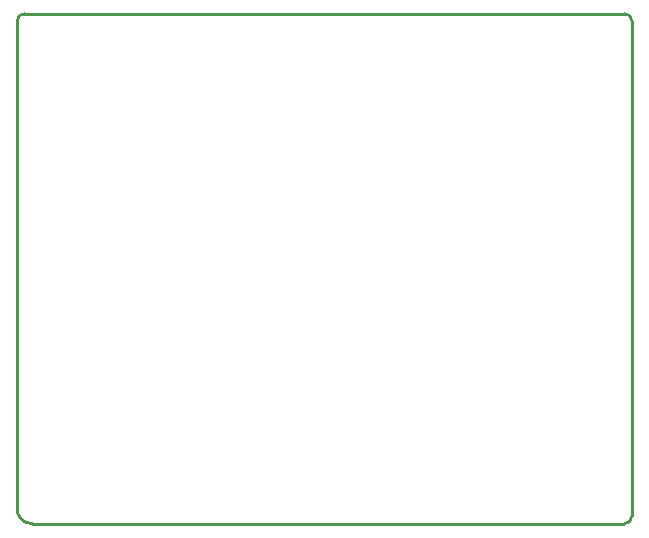
<source format=gko>
G04 Layer_Color=16711935*
%FSLAX25Y25*%
%MOIN*%
G70*
G01*
G75*
%ADD26C,0.01000*%
D26*
X337500Y490000D02*
G03*
X335000Y492500I-2500J0D01*
G01*
Y322500D02*
G03*
X337500Y325000I0J2500D01*
G01*
X132500Y327500D02*
G03*
X137500Y322500I5000J0D01*
G01*
X135000Y492500D02*
G03*
X132500Y490000I0J-2500D01*
G01*
X135000Y492500D02*
X335000D01*
X337500Y325000D02*
Y490000D01*
X137500Y322500D02*
X335000D01*
X132500Y327500D02*
Y490000D01*
M02*

</source>
